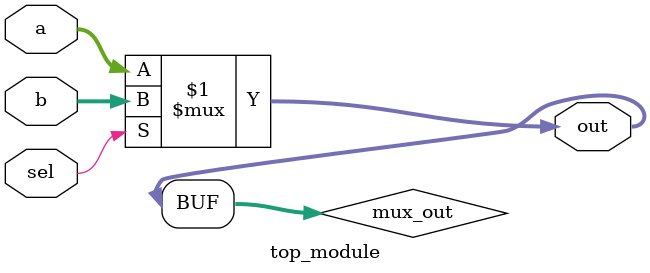
<source format=sv>
module top_module (
	input [99:0] a,
	input [99:0] b,
	input sel,
	output [99:0] out
);

	// Wire to store the output value
	wire [99:0] mux_out;

	// Simple multiplexer
	assign mux_out = sel ? b : a;

	// Assigning the output to mux_out
	assign out = mux_out;

endmodule

</source>
